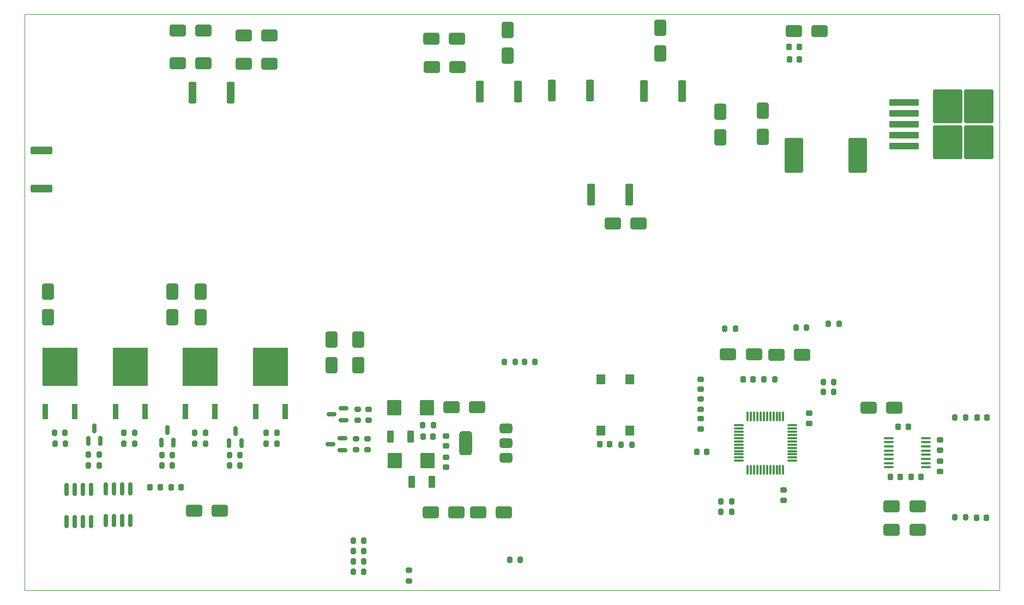
<source format=gbr>
%TF.GenerationSoftware,KiCad,Pcbnew,9.0.2*%
%TF.CreationDate,2025-10-22T08:39:05+07:00*%
%TF.ProjectId,MassageChair_HW_01_update,4d617373-6167-4654-9368-6169725f4857,rev?*%
%TF.SameCoordinates,Original*%
%TF.FileFunction,Paste,Top*%
%TF.FilePolarity,Positive*%
%FSLAX46Y46*%
G04 Gerber Fmt 4.6, Leading zero omitted, Abs format (unit mm)*
G04 Created by KiCad (PCBNEW 9.0.2) date 2025-10-22 08:39:05*
%MOMM*%
%LPD*%
G01*
G04 APERTURE LIST*
G04 Aperture macros list*
%AMRoundRect*
0 Rectangle with rounded corners*
0 $1 Rounding radius*
0 $2 $3 $4 $5 $6 $7 $8 $9 X,Y pos of 4 corners*
0 Add a 4 corners polygon primitive as box body*
4,1,4,$2,$3,$4,$5,$6,$7,$8,$9,$2,$3,0*
0 Add four circle primitives for the rounded corners*
1,1,$1+$1,$2,$3*
1,1,$1+$1,$4,$5*
1,1,$1+$1,$6,$7*
1,1,$1+$1,$8,$9*
0 Add four rect primitives between the rounded corners*
20,1,$1+$1,$2,$3,$4,$5,0*
20,1,$1+$1,$4,$5,$6,$7,0*
20,1,$1+$1,$6,$7,$8,$9,0*
20,1,$1+$1,$8,$9,$2,$3,0*%
G04 Aperture macros list end*
%ADD10RoundRect,0.200000X0.200000X0.275000X-0.200000X0.275000X-0.200000X-0.275000X0.200000X-0.275000X0*%
%ADD11R,0.939800X2.489200*%
%ADD12R,5.511800X5.918200*%
%ADD13RoundRect,0.250000X1.000000X0.650000X-1.000000X0.650000X-1.000000X-0.650000X1.000000X-0.650000X0*%
%ADD14RoundRect,0.225000X-0.225000X-0.250000X0.225000X-0.250000X0.225000X0.250000X-0.225000X0.250000X0*%
%ADD15RoundRect,0.250000X1.425000X-0.362500X1.425000X0.362500X-1.425000X0.362500X-1.425000X-0.362500X0*%
%ADD16RoundRect,0.200000X-0.200000X-0.275000X0.200000X-0.275000X0.200000X0.275000X-0.200000X0.275000X0*%
%ADD17RoundRect,0.250000X0.650000X-1.000000X0.650000X1.000000X-0.650000X1.000000X-0.650000X-1.000000X0*%
%ADD18RoundRect,0.225000X0.250000X-0.225000X0.250000X0.225000X-0.250000X0.225000X-0.250000X-0.225000X0*%
%ADD19RoundRect,0.250000X-1.000000X-0.650000X1.000000X-0.650000X1.000000X0.650000X-1.000000X0.650000X0*%
%ADD20RoundRect,0.250000X-0.650000X1.000000X-0.650000X-1.000000X0.650000X-1.000000X0.650000X1.000000X0*%
%ADD21RoundRect,0.250000X0.362500X1.425000X-0.362500X1.425000X-0.362500X-1.425000X0.362500X-1.425000X0*%
%ADD22RoundRect,0.150000X0.587500X0.150000X-0.587500X0.150000X-0.587500X-0.150000X0.587500X-0.150000X0*%
%ADD23RoundRect,0.250000X-0.362500X-1.425000X0.362500X-1.425000X0.362500X1.425000X-0.362500X1.425000X0*%
%ADD24RoundRect,0.225000X-0.250000X0.225000X-0.250000X-0.225000X0.250000X-0.225000X0.250000X0.225000X0*%
%ADD25RoundRect,0.218750X0.218750X0.256250X-0.218750X0.256250X-0.218750X-0.256250X0.218750X-0.256250X0*%
%ADD26RoundRect,0.200000X-0.275000X0.200000X-0.275000X-0.200000X0.275000X-0.200000X0.275000X0.200000X0*%
%ADD27RoundRect,0.150000X0.150000X-0.825000X0.150000X0.825000X-0.150000X0.825000X-0.150000X-0.825000X0*%
%ADD28RoundRect,0.150000X0.150000X-0.587500X0.150000X0.587500X-0.150000X0.587500X-0.150000X-0.587500X0*%
%ADD29RoundRect,0.225000X0.225000X0.250000X-0.225000X0.250000X-0.225000X-0.250000X0.225000X-0.250000X0*%
%ADD30RoundRect,0.218750X-0.218750X-0.256250X0.218750X-0.256250X0.218750X0.256250X-0.218750X0.256250X0*%
%ADD31RoundRect,0.250001X0.872499X0.944999X-0.872499X0.944999X-0.872499X-0.944999X0.872499X-0.944999X0*%
%ADD32RoundRect,0.200000X0.275000X-0.200000X0.275000X0.200000X-0.275000X0.200000X-0.275000X-0.200000X0*%
%ADD33R,1.400000X1.600000*%
%ADD34RoundRect,0.075000X-0.662500X-0.075000X0.662500X-0.075000X0.662500X0.075000X-0.662500X0.075000X0*%
%ADD35RoundRect,0.075000X-0.075000X-0.662500X0.075000X-0.662500X0.075000X0.662500X-0.075000X0.662500X0*%
%ADD36RoundRect,0.250000X-1.200000X-2.450000X1.200000X-2.450000X1.200000X2.450000X-1.200000X2.450000X0*%
%ADD37RoundRect,0.250000X-2.025000X-2.375000X2.025000X-2.375000X2.025000X2.375000X-2.025000X2.375000X0*%
%ADD38RoundRect,0.250000X-2.050000X-0.300000X2.050000X-0.300000X2.050000X0.300000X-2.050000X0.300000X0*%
%ADD39RoundRect,0.100000X0.637500X0.100000X-0.637500X0.100000X-0.637500X-0.100000X0.637500X-0.100000X0*%
%ADD40RoundRect,0.250000X-0.275000X-0.700000X0.275000X-0.700000X0.275000X0.700000X-0.275000X0.700000X0*%
%ADD41RoundRect,0.375000X0.625000X0.375000X-0.625000X0.375000X-0.625000X-0.375000X0.625000X-0.375000X0*%
%ADD42RoundRect,0.500000X0.500000X1.400000X-0.500000X1.400000X-0.500000X-1.400000X0.500000X-1.400000X0*%
%TA.AperFunction,Profile*%
%ADD43C,0.050000*%
%TD*%
G04 APERTURE END LIST*
D10*
%TO.C,R33*%
X115025000Y-120100000D03*
X113375000Y-120100000D03*
%TD*%
D11*
%TO.C,Q9*%
X111728000Y-116806900D03*
X116300000Y-116806900D03*
D12*
X114014000Y-109885400D03*
%TD*%
D13*
%TO.C,D6*%
X146100000Y-116100000D03*
X142100000Y-116100000D03*
%TD*%
D14*
%TO.C,C26*%
X187425000Y-111800000D03*
X188975000Y-111800000D03*
%TD*%
D15*
%TO.C,R12*%
X78450000Y-82212500D03*
X78450000Y-76287500D03*
%TD*%
D13*
%TO.C,D27*%
X142900000Y-132500000D03*
X138900000Y-132500000D03*
%TD*%
D16*
%TO.C,R1*%
X126875000Y-141700000D03*
X128525000Y-141700000D03*
%TD*%
D17*
%TO.C,D8*%
X79500000Y-102200000D03*
X79500000Y-98200000D03*
%TD*%
D18*
%TO.C,C32*%
X217987500Y-122800000D03*
X217987500Y-121250000D03*
%TD*%
D11*
%TO.C,Q8*%
X100840000Y-116806900D03*
X105412000Y-116806900D03*
D12*
X103126000Y-109885400D03*
%TD*%
D19*
%TO.C,D13*%
X139000000Y-58900000D03*
X143000000Y-58900000D03*
%TD*%
D20*
%TO.C,D26*%
X150900000Y-57500000D03*
X150900000Y-61500000D03*
%TD*%
D19*
%TO.C,D7*%
X109900000Y-58400000D03*
X113900000Y-58400000D03*
%TD*%
D13*
%TO.C,D22*%
X214500000Y-131500000D03*
X210500000Y-131500000D03*
%TD*%
D21*
%TO.C,R17*%
X163662500Y-66900000D03*
X157737500Y-66900000D03*
%TD*%
D16*
%TO.C,R6*%
X199850000Y-112200000D03*
X201500000Y-112200000D03*
%TD*%
D22*
%TO.C,Q6*%
X125237500Y-122850000D03*
X125237500Y-120950000D03*
X123362500Y-121900000D03*
%TD*%
D10*
%TO.C,R39*%
X155125000Y-109100000D03*
X153475000Y-109100000D03*
%TD*%
D19*
%TO.C,D9*%
X99600000Y-62700000D03*
X103600000Y-62700000D03*
%TD*%
D23*
%TO.C,R15*%
X101937500Y-67300000D03*
X107862500Y-67300000D03*
%TD*%
D18*
%TO.C,C30*%
X180800000Y-119500000D03*
X180800000Y-117950000D03*
%TD*%
D24*
%TO.C,C7*%
X141300000Y-123925000D03*
X141300000Y-125475000D03*
%TD*%
D25*
%TO.C,D20*%
X225312500Y-117740000D03*
X223737500Y-117740000D03*
%TD*%
D26*
%TO.C,R27*%
X127287500Y-121075000D03*
X127287500Y-122725000D03*
%TD*%
D27*
%TO.C,U7*%
X88495000Y-133775000D03*
X89765000Y-133775000D03*
X91035000Y-133775000D03*
X92305000Y-133775000D03*
X92305000Y-128825000D03*
X91035000Y-128825000D03*
X89765000Y-128825000D03*
X88495000Y-128825000D03*
%TD*%
D10*
%TO.C,R38*%
X221950000Y-133260000D03*
X220300000Y-133260000D03*
%TD*%
D28*
%TO.C,Q1*%
X85750000Y-121337500D03*
X87650000Y-121337500D03*
X86700000Y-119462500D03*
%TD*%
D13*
%TO.C,D15*%
X150300000Y-132500000D03*
X146300000Y-132500000D03*
%TD*%
D19*
%TO.C,D17*%
X99600000Y-57600000D03*
X103600000Y-57600000D03*
%TD*%
D29*
%TO.C,C35*%
X211862500Y-127000000D03*
X210312500Y-127000000D03*
%TD*%
D17*
%TO.C,D4*%
X190500000Y-74100000D03*
X190500000Y-70100000D03*
%TD*%
D18*
%TO.C,C31*%
X217987500Y-126100000D03*
X217987500Y-124550000D03*
%TD*%
D16*
%TO.C,R28*%
X91275000Y-121800000D03*
X92925000Y-121800000D03*
%TD*%
D10*
%TO.C,R7*%
X202325000Y-103200000D03*
X200675000Y-103200000D03*
%TD*%
D16*
%TO.C,R32*%
X113375000Y-121800000D03*
X115025000Y-121800000D03*
%TD*%
D29*
%TO.C,C25*%
X181775000Y-123100000D03*
X180225000Y-123100000D03*
%TD*%
D30*
%TO.C,D5*%
X137712500Y-120700000D03*
X139287500Y-120700000D03*
%TD*%
D16*
%TO.C,R20*%
X107675000Y-125200000D03*
X109325000Y-125200000D03*
%TD*%
D17*
%TO.C,D18*%
X127700000Y-109600000D03*
X127700000Y-105600000D03*
%TD*%
D13*
%TO.C,D29*%
X171200000Y-87600000D03*
X167200000Y-87600000D03*
%TD*%
D29*
%TO.C,C5*%
X196175000Y-62100000D03*
X194625000Y-62100000D03*
%TD*%
D10*
%TO.C,R31*%
X103925000Y-120100000D03*
X102275000Y-120100000D03*
%TD*%
D16*
%TO.C,R3*%
X126875000Y-138500000D03*
X128525000Y-138500000D03*
%TD*%
D21*
%TO.C,R16*%
X152462500Y-67100000D03*
X146537500Y-67100000D03*
%TD*%
D31*
%TO.C,C8*%
X138357500Y-116200000D03*
X133242500Y-116200000D03*
%TD*%
D10*
%TO.C,R9*%
X152825000Y-139800000D03*
X151175000Y-139800000D03*
%TD*%
D22*
%TO.C,Q5*%
X125350000Y-118200000D03*
X125350000Y-116300000D03*
X123475000Y-117250000D03*
%TD*%
D19*
%TO.C,D11*%
X109900000Y-62800000D03*
X113900000Y-62800000D03*
%TD*%
D10*
%TO.C,R42*%
X186225000Y-103900000D03*
X184575000Y-103900000D03*
%TD*%
D11*
%TO.C,Q7*%
X89952000Y-116806900D03*
X94524000Y-116806900D03*
D12*
X92238000Y-109885400D03*
%TD*%
D29*
%TO.C,C34*%
X213075000Y-119200000D03*
X211525000Y-119200000D03*
%TD*%
D13*
%TO.C,D24*%
X189100000Y-107900000D03*
X185100000Y-107900000D03*
%TD*%
D11*
%TO.C,Q2*%
X79064000Y-116806900D03*
X83636000Y-116806900D03*
D12*
X81350000Y-109885400D03*
%TD*%
D32*
%TO.C,R26*%
X129087500Y-122725000D03*
X129087500Y-121075000D03*
%TD*%
D25*
%TO.C,D21*%
X225212500Y-133300000D03*
X223637500Y-133300000D03*
%TD*%
D28*
%TO.C,Q3*%
X107637500Y-121737500D03*
X109537500Y-121737500D03*
X108587500Y-119862500D03*
%TD*%
D32*
%TO.C,R24*%
X129300000Y-118125000D03*
X129300000Y-116475000D03*
%TD*%
D16*
%TO.C,R30*%
X102275000Y-121800000D03*
X103925000Y-121800000D03*
%TD*%
D19*
%TO.C,D10*%
X102170000Y-132250000D03*
X106170000Y-132250000D03*
%TD*%
D33*
%TO.C,SW1*%
X169850001Y-111800000D03*
X169850001Y-119799999D03*
X165349999Y-111800000D03*
X165349999Y-119799999D03*
%TD*%
D16*
%TO.C,R5*%
X199850000Y-113800000D03*
X201500000Y-113800000D03*
%TD*%
D29*
%TO.C,C13*%
X100175000Y-128600000D03*
X98625000Y-128600000D03*
%TD*%
D16*
%TO.C,R11*%
X80550000Y-121800000D03*
X82200000Y-121800000D03*
%TD*%
D19*
%TO.C,D12*%
X139100000Y-63300000D03*
X143100000Y-63300000D03*
%TD*%
D34*
%TO.C,U8*%
X186737500Y-118950000D03*
X186737500Y-119450000D03*
X186737500Y-119950000D03*
X186737500Y-120450000D03*
X186737500Y-120950000D03*
X186737500Y-121450000D03*
X186737500Y-121950000D03*
X186737500Y-122450000D03*
X186737500Y-122950000D03*
X186737500Y-123450000D03*
X186737500Y-123950000D03*
X186737500Y-124450000D03*
D35*
X188150000Y-125862500D03*
X188650000Y-125862500D03*
X189150000Y-125862500D03*
X189650000Y-125862500D03*
X190150000Y-125862500D03*
X190650000Y-125862500D03*
X191150000Y-125862500D03*
X191650000Y-125862500D03*
X192150000Y-125862500D03*
X192650000Y-125862500D03*
X193150000Y-125862500D03*
X193650000Y-125862500D03*
D34*
X195062500Y-124450000D03*
X195062500Y-123950000D03*
X195062500Y-123450000D03*
X195062500Y-122950000D03*
X195062500Y-122450000D03*
X195062500Y-121950000D03*
X195062500Y-121450000D03*
X195062500Y-120950000D03*
X195062500Y-120450000D03*
X195062500Y-119950000D03*
X195062500Y-119450000D03*
X195062500Y-118950000D03*
D35*
X193650000Y-117537500D03*
X193150000Y-117537500D03*
X192650000Y-117537500D03*
X192150000Y-117537500D03*
X191650000Y-117537500D03*
X191150000Y-117537500D03*
X190650000Y-117537500D03*
X190150000Y-117537500D03*
X189650000Y-117537500D03*
X189150000Y-117537500D03*
X188650000Y-117537500D03*
X188150000Y-117537500D03*
%TD*%
D21*
%TO.C,R18*%
X177962500Y-67000000D03*
X172037500Y-67000000D03*
%TD*%
D10*
%TO.C,R23*%
X98825000Y-123600000D03*
X97175000Y-123600000D03*
%TD*%
D28*
%TO.C,Q4*%
X97100000Y-121600000D03*
X99000000Y-121600000D03*
X98050000Y-119725000D03*
%TD*%
D13*
%TO.C,D23*%
X196600000Y-108000000D03*
X192600000Y-108000000D03*
%TD*%
D24*
%TO.C,C24*%
X193700000Y-129025000D03*
X193700000Y-130575000D03*
%TD*%
D36*
%TO.C,L1*%
X195350000Y-77000000D03*
X205250000Y-77000000D03*
%TD*%
D23*
%TO.C,R19*%
X163837500Y-83100000D03*
X169762500Y-83100000D03*
%TD*%
D18*
%TO.C,C27*%
X197700000Y-118650000D03*
X197700000Y-117100000D03*
%TD*%
D37*
%TO.C,U1*%
X219150000Y-69425000D03*
X219150000Y-74975000D03*
X224000000Y-69425000D03*
X224000000Y-74975000D03*
D38*
X212425000Y-68800000D03*
X212425000Y-70500000D03*
X212425000Y-72200000D03*
X212425000Y-73900000D03*
X212425000Y-75600000D03*
%TD*%
D16*
%TO.C,R2*%
X126875000Y-140100000D03*
X128525000Y-140100000D03*
%TD*%
D10*
%TO.C,R10*%
X82125000Y-120100000D03*
X80475000Y-120100000D03*
%TD*%
D39*
%TO.C,U10*%
X215762500Y-125475000D03*
X215762500Y-124825000D03*
X215762500Y-124175000D03*
X215762500Y-123525000D03*
X215762500Y-122875000D03*
X215762500Y-122225000D03*
X215762500Y-121575000D03*
X215762500Y-120925000D03*
X210037500Y-120925000D03*
X210037500Y-121575000D03*
X210037500Y-122225000D03*
X210037500Y-122875000D03*
X210037500Y-123525000D03*
X210037500Y-124175000D03*
X210037500Y-124825000D03*
X210037500Y-125475000D03*
%TD*%
D16*
%TO.C,R4*%
X126875000Y-136900000D03*
X128525000Y-136900000D03*
%TD*%
D10*
%TO.C,R41*%
X197300000Y-103800000D03*
X195650000Y-103800000D03*
%TD*%
D29*
%TO.C,C33*%
X215062500Y-127000000D03*
X213512500Y-127000000D03*
%TD*%
D17*
%TO.C,D14*%
X103200000Y-102200000D03*
X103200000Y-98200000D03*
%TD*%
%TO.C,D2*%
X183900000Y-74200000D03*
X183900000Y-70200000D03*
%TD*%
D10*
%TO.C,R8*%
X139325000Y-118900000D03*
X137675000Y-118900000D03*
%TD*%
D16*
%TO.C,R22*%
X97175000Y-125200000D03*
X98825000Y-125200000D03*
%TD*%
D31*
%TO.C,C6*%
X138457500Y-124400000D03*
X133342500Y-124400000D03*
%TD*%
D19*
%TO.C,D1*%
X206900000Y-116200000D03*
X210900000Y-116200000D03*
%TD*%
D10*
%TO.C,R44*%
X185625000Y-132400000D03*
X183975000Y-132400000D03*
%TD*%
D32*
%TO.C,R43*%
X135500000Y-143125000D03*
X135500000Y-141475000D03*
%TD*%
D29*
%TO.C,C28*%
X166700000Y-121900000D03*
X165150000Y-121900000D03*
%TD*%
D10*
%TO.C,R45*%
X185625000Y-130800000D03*
X183975000Y-130800000D03*
%TD*%
D40*
%TO.C,L2*%
X135925000Y-127700000D03*
X139075000Y-127700000D03*
%TD*%
D14*
%TO.C,C15*%
X95350000Y-128600000D03*
X96900000Y-128600000D03*
%TD*%
D10*
%TO.C,R34*%
X221950000Y-117700000D03*
X220300000Y-117700000D03*
%TD*%
D41*
%TO.C,U2*%
X150650000Y-124000000D03*
X150650000Y-121700000D03*
D42*
X144350000Y-121700000D03*
D41*
X150650000Y-119400000D03*
%TD*%
D16*
%TO.C,R13*%
X85775000Y-125200000D03*
X87425000Y-125200000D03*
%TD*%
D10*
%TO.C,R21*%
X109325000Y-123600000D03*
X107675000Y-123600000D03*
%TD*%
D24*
%TO.C,C29*%
X180800000Y-111775000D03*
X180800000Y-113325000D03*
%TD*%
D13*
%TO.C,D3*%
X199300000Y-57700000D03*
X195300000Y-57700000D03*
%TD*%
D10*
%TO.C,R14*%
X87425000Y-123500000D03*
X85775000Y-123500000D03*
%TD*%
D20*
%TO.C,D28*%
X174600000Y-57200000D03*
X174600000Y-61200000D03*
%TD*%
D26*
%TO.C,R37*%
X180800000Y-114825000D03*
X180800000Y-116475000D03*
%TD*%
D29*
%TO.C,C4*%
X196125000Y-60200000D03*
X194575000Y-60200000D03*
%TD*%
D10*
%TO.C,R36*%
X192325000Y-111800000D03*
X190675000Y-111800000D03*
%TD*%
D16*
%TO.C,R35*%
X168475000Y-122000000D03*
X170125000Y-122000000D03*
%TD*%
D26*
%TO.C,R25*%
X127600000Y-116475000D03*
X127600000Y-118125000D03*
%TD*%
D16*
%TO.C,R40*%
X150375000Y-109100000D03*
X152025000Y-109100000D03*
%TD*%
D10*
%TO.C,R29*%
X92925000Y-120100000D03*
X91275000Y-120100000D03*
%TD*%
D40*
%TO.C,L3*%
X132625000Y-120700000D03*
X135775000Y-120700000D03*
%TD*%
D17*
%TO.C,D16*%
X98800000Y-102200000D03*
X98800000Y-98200000D03*
%TD*%
D13*
%TO.C,D25*%
X214500000Y-135200000D03*
X210500000Y-135200000D03*
%TD*%
D18*
%TO.C,C9*%
X141300000Y-122175000D03*
X141300000Y-120625000D03*
%TD*%
D17*
%TO.C,D19*%
X123500000Y-109600000D03*
X123500000Y-105600000D03*
%TD*%
D27*
%TO.C,U6*%
X82395000Y-133875000D03*
X83665000Y-133875000D03*
X84935000Y-133875000D03*
X86205000Y-133875000D03*
X86205000Y-128925000D03*
X84935000Y-128925000D03*
X83665000Y-128925000D03*
X82395000Y-128925000D03*
%TD*%
D43*
X75850000Y-55100000D02*
X227250000Y-55100000D01*
X227250000Y-144600000D01*
X75850000Y-144600000D01*
X75850000Y-55100000D01*
M02*

</source>
